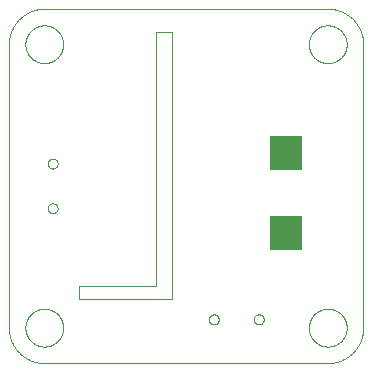
<source format=gbp>
G75*
%MOIN*%
%OFA0B0*%
%FSLAX25Y25*%
%IPPOS*%
%LPD*%
%AMOC8*
5,1,8,0,0,1.08239X$1,22.5*
%
%ADD10C,0.00000*%
%ADD11R,0.10630X0.11614*%
D10*
X0054181Y0045967D02*
X0054181Y0140455D01*
X0059693Y0140455D02*
X0059695Y0140613D01*
X0059701Y0140771D01*
X0059711Y0140929D01*
X0059725Y0141087D01*
X0059743Y0141244D01*
X0059764Y0141401D01*
X0059790Y0141557D01*
X0059820Y0141713D01*
X0059853Y0141868D01*
X0059891Y0142021D01*
X0059932Y0142174D01*
X0059977Y0142326D01*
X0060026Y0142477D01*
X0060079Y0142626D01*
X0060135Y0142774D01*
X0060195Y0142920D01*
X0060259Y0143065D01*
X0060327Y0143208D01*
X0060398Y0143350D01*
X0060472Y0143490D01*
X0060550Y0143627D01*
X0060632Y0143763D01*
X0060716Y0143897D01*
X0060805Y0144028D01*
X0060896Y0144157D01*
X0060991Y0144284D01*
X0061088Y0144409D01*
X0061189Y0144531D01*
X0061293Y0144650D01*
X0061400Y0144767D01*
X0061510Y0144881D01*
X0061623Y0144992D01*
X0061738Y0145101D01*
X0061856Y0145206D01*
X0061977Y0145308D01*
X0062100Y0145408D01*
X0062226Y0145504D01*
X0062354Y0145597D01*
X0062484Y0145687D01*
X0062617Y0145773D01*
X0062752Y0145857D01*
X0062888Y0145936D01*
X0063027Y0146013D01*
X0063168Y0146085D01*
X0063310Y0146155D01*
X0063454Y0146220D01*
X0063600Y0146282D01*
X0063747Y0146340D01*
X0063896Y0146395D01*
X0064046Y0146446D01*
X0064197Y0146493D01*
X0064349Y0146536D01*
X0064502Y0146575D01*
X0064657Y0146611D01*
X0064812Y0146642D01*
X0064968Y0146670D01*
X0065124Y0146694D01*
X0065281Y0146714D01*
X0065439Y0146730D01*
X0065596Y0146742D01*
X0065755Y0146750D01*
X0065913Y0146754D01*
X0066071Y0146754D01*
X0066229Y0146750D01*
X0066388Y0146742D01*
X0066545Y0146730D01*
X0066703Y0146714D01*
X0066860Y0146694D01*
X0067016Y0146670D01*
X0067172Y0146642D01*
X0067327Y0146611D01*
X0067482Y0146575D01*
X0067635Y0146536D01*
X0067787Y0146493D01*
X0067938Y0146446D01*
X0068088Y0146395D01*
X0068237Y0146340D01*
X0068384Y0146282D01*
X0068530Y0146220D01*
X0068674Y0146155D01*
X0068816Y0146085D01*
X0068957Y0146013D01*
X0069096Y0145936D01*
X0069232Y0145857D01*
X0069367Y0145773D01*
X0069500Y0145687D01*
X0069630Y0145597D01*
X0069758Y0145504D01*
X0069884Y0145408D01*
X0070007Y0145308D01*
X0070128Y0145206D01*
X0070246Y0145101D01*
X0070361Y0144992D01*
X0070474Y0144881D01*
X0070584Y0144767D01*
X0070691Y0144650D01*
X0070795Y0144531D01*
X0070896Y0144409D01*
X0070993Y0144284D01*
X0071088Y0144157D01*
X0071179Y0144028D01*
X0071268Y0143897D01*
X0071352Y0143763D01*
X0071434Y0143627D01*
X0071512Y0143490D01*
X0071586Y0143350D01*
X0071657Y0143208D01*
X0071725Y0143065D01*
X0071789Y0142920D01*
X0071849Y0142774D01*
X0071905Y0142626D01*
X0071958Y0142477D01*
X0072007Y0142326D01*
X0072052Y0142174D01*
X0072093Y0142021D01*
X0072131Y0141868D01*
X0072164Y0141713D01*
X0072194Y0141557D01*
X0072220Y0141401D01*
X0072241Y0141244D01*
X0072259Y0141087D01*
X0072273Y0140929D01*
X0072283Y0140771D01*
X0072289Y0140613D01*
X0072291Y0140455D01*
X0072289Y0140297D01*
X0072283Y0140139D01*
X0072273Y0139981D01*
X0072259Y0139823D01*
X0072241Y0139666D01*
X0072220Y0139509D01*
X0072194Y0139353D01*
X0072164Y0139197D01*
X0072131Y0139042D01*
X0072093Y0138889D01*
X0072052Y0138736D01*
X0072007Y0138584D01*
X0071958Y0138433D01*
X0071905Y0138284D01*
X0071849Y0138136D01*
X0071789Y0137990D01*
X0071725Y0137845D01*
X0071657Y0137702D01*
X0071586Y0137560D01*
X0071512Y0137420D01*
X0071434Y0137283D01*
X0071352Y0137147D01*
X0071268Y0137013D01*
X0071179Y0136882D01*
X0071088Y0136753D01*
X0070993Y0136626D01*
X0070896Y0136501D01*
X0070795Y0136379D01*
X0070691Y0136260D01*
X0070584Y0136143D01*
X0070474Y0136029D01*
X0070361Y0135918D01*
X0070246Y0135809D01*
X0070128Y0135704D01*
X0070007Y0135602D01*
X0069884Y0135502D01*
X0069758Y0135406D01*
X0069630Y0135313D01*
X0069500Y0135223D01*
X0069367Y0135137D01*
X0069232Y0135053D01*
X0069096Y0134974D01*
X0068957Y0134897D01*
X0068816Y0134825D01*
X0068674Y0134755D01*
X0068530Y0134690D01*
X0068384Y0134628D01*
X0068237Y0134570D01*
X0068088Y0134515D01*
X0067938Y0134464D01*
X0067787Y0134417D01*
X0067635Y0134374D01*
X0067482Y0134335D01*
X0067327Y0134299D01*
X0067172Y0134268D01*
X0067016Y0134240D01*
X0066860Y0134216D01*
X0066703Y0134196D01*
X0066545Y0134180D01*
X0066388Y0134168D01*
X0066229Y0134160D01*
X0066071Y0134156D01*
X0065913Y0134156D01*
X0065755Y0134160D01*
X0065596Y0134168D01*
X0065439Y0134180D01*
X0065281Y0134196D01*
X0065124Y0134216D01*
X0064968Y0134240D01*
X0064812Y0134268D01*
X0064657Y0134299D01*
X0064502Y0134335D01*
X0064349Y0134374D01*
X0064197Y0134417D01*
X0064046Y0134464D01*
X0063896Y0134515D01*
X0063747Y0134570D01*
X0063600Y0134628D01*
X0063454Y0134690D01*
X0063310Y0134755D01*
X0063168Y0134825D01*
X0063027Y0134897D01*
X0062888Y0134974D01*
X0062752Y0135053D01*
X0062617Y0135137D01*
X0062484Y0135223D01*
X0062354Y0135313D01*
X0062226Y0135406D01*
X0062100Y0135502D01*
X0061977Y0135602D01*
X0061856Y0135704D01*
X0061738Y0135809D01*
X0061623Y0135918D01*
X0061510Y0136029D01*
X0061400Y0136143D01*
X0061293Y0136260D01*
X0061189Y0136379D01*
X0061088Y0136501D01*
X0060991Y0136626D01*
X0060896Y0136753D01*
X0060805Y0136882D01*
X0060716Y0137013D01*
X0060632Y0137147D01*
X0060550Y0137283D01*
X0060472Y0137420D01*
X0060398Y0137560D01*
X0060327Y0137702D01*
X0060259Y0137845D01*
X0060195Y0137990D01*
X0060135Y0138136D01*
X0060079Y0138284D01*
X0060026Y0138433D01*
X0059977Y0138584D01*
X0059932Y0138736D01*
X0059891Y0138889D01*
X0059853Y0139042D01*
X0059820Y0139197D01*
X0059790Y0139353D01*
X0059764Y0139509D01*
X0059743Y0139666D01*
X0059725Y0139823D01*
X0059711Y0139981D01*
X0059701Y0140139D01*
X0059695Y0140297D01*
X0059693Y0140455D01*
X0054181Y0140455D02*
X0054184Y0140740D01*
X0054195Y0141026D01*
X0054212Y0141311D01*
X0054236Y0141595D01*
X0054267Y0141879D01*
X0054305Y0142162D01*
X0054350Y0142443D01*
X0054401Y0142724D01*
X0054459Y0143004D01*
X0054524Y0143282D01*
X0054596Y0143558D01*
X0054674Y0143832D01*
X0054759Y0144105D01*
X0054851Y0144375D01*
X0054949Y0144643D01*
X0055053Y0144909D01*
X0055164Y0145172D01*
X0055281Y0145432D01*
X0055404Y0145690D01*
X0055534Y0145944D01*
X0055670Y0146195D01*
X0055811Y0146443D01*
X0055959Y0146687D01*
X0056112Y0146928D01*
X0056272Y0147164D01*
X0056437Y0147397D01*
X0056607Y0147626D01*
X0056783Y0147851D01*
X0056965Y0148071D01*
X0057151Y0148287D01*
X0057343Y0148498D01*
X0057540Y0148705D01*
X0057742Y0148907D01*
X0057949Y0149104D01*
X0058160Y0149296D01*
X0058376Y0149482D01*
X0058596Y0149664D01*
X0058821Y0149840D01*
X0059050Y0150010D01*
X0059283Y0150175D01*
X0059519Y0150335D01*
X0059760Y0150488D01*
X0060004Y0150636D01*
X0060252Y0150777D01*
X0060503Y0150913D01*
X0060757Y0151043D01*
X0061015Y0151166D01*
X0061275Y0151283D01*
X0061538Y0151394D01*
X0061804Y0151498D01*
X0062072Y0151596D01*
X0062342Y0151688D01*
X0062615Y0151773D01*
X0062889Y0151851D01*
X0063165Y0151923D01*
X0063443Y0151988D01*
X0063723Y0152046D01*
X0064004Y0152097D01*
X0064285Y0152142D01*
X0064568Y0152180D01*
X0064852Y0152211D01*
X0065136Y0152235D01*
X0065421Y0152252D01*
X0065707Y0152263D01*
X0065992Y0152266D01*
X0160480Y0152266D01*
X0154181Y0140455D02*
X0154183Y0140613D01*
X0154189Y0140771D01*
X0154199Y0140929D01*
X0154213Y0141087D01*
X0154231Y0141244D01*
X0154252Y0141401D01*
X0154278Y0141557D01*
X0154308Y0141713D01*
X0154341Y0141868D01*
X0154379Y0142021D01*
X0154420Y0142174D01*
X0154465Y0142326D01*
X0154514Y0142477D01*
X0154567Y0142626D01*
X0154623Y0142774D01*
X0154683Y0142920D01*
X0154747Y0143065D01*
X0154815Y0143208D01*
X0154886Y0143350D01*
X0154960Y0143490D01*
X0155038Y0143627D01*
X0155120Y0143763D01*
X0155204Y0143897D01*
X0155293Y0144028D01*
X0155384Y0144157D01*
X0155479Y0144284D01*
X0155576Y0144409D01*
X0155677Y0144531D01*
X0155781Y0144650D01*
X0155888Y0144767D01*
X0155998Y0144881D01*
X0156111Y0144992D01*
X0156226Y0145101D01*
X0156344Y0145206D01*
X0156465Y0145308D01*
X0156588Y0145408D01*
X0156714Y0145504D01*
X0156842Y0145597D01*
X0156972Y0145687D01*
X0157105Y0145773D01*
X0157240Y0145857D01*
X0157376Y0145936D01*
X0157515Y0146013D01*
X0157656Y0146085D01*
X0157798Y0146155D01*
X0157942Y0146220D01*
X0158088Y0146282D01*
X0158235Y0146340D01*
X0158384Y0146395D01*
X0158534Y0146446D01*
X0158685Y0146493D01*
X0158837Y0146536D01*
X0158990Y0146575D01*
X0159145Y0146611D01*
X0159300Y0146642D01*
X0159456Y0146670D01*
X0159612Y0146694D01*
X0159769Y0146714D01*
X0159927Y0146730D01*
X0160084Y0146742D01*
X0160243Y0146750D01*
X0160401Y0146754D01*
X0160559Y0146754D01*
X0160717Y0146750D01*
X0160876Y0146742D01*
X0161033Y0146730D01*
X0161191Y0146714D01*
X0161348Y0146694D01*
X0161504Y0146670D01*
X0161660Y0146642D01*
X0161815Y0146611D01*
X0161970Y0146575D01*
X0162123Y0146536D01*
X0162275Y0146493D01*
X0162426Y0146446D01*
X0162576Y0146395D01*
X0162725Y0146340D01*
X0162872Y0146282D01*
X0163018Y0146220D01*
X0163162Y0146155D01*
X0163304Y0146085D01*
X0163445Y0146013D01*
X0163584Y0145936D01*
X0163720Y0145857D01*
X0163855Y0145773D01*
X0163988Y0145687D01*
X0164118Y0145597D01*
X0164246Y0145504D01*
X0164372Y0145408D01*
X0164495Y0145308D01*
X0164616Y0145206D01*
X0164734Y0145101D01*
X0164849Y0144992D01*
X0164962Y0144881D01*
X0165072Y0144767D01*
X0165179Y0144650D01*
X0165283Y0144531D01*
X0165384Y0144409D01*
X0165481Y0144284D01*
X0165576Y0144157D01*
X0165667Y0144028D01*
X0165756Y0143897D01*
X0165840Y0143763D01*
X0165922Y0143627D01*
X0166000Y0143490D01*
X0166074Y0143350D01*
X0166145Y0143208D01*
X0166213Y0143065D01*
X0166277Y0142920D01*
X0166337Y0142774D01*
X0166393Y0142626D01*
X0166446Y0142477D01*
X0166495Y0142326D01*
X0166540Y0142174D01*
X0166581Y0142021D01*
X0166619Y0141868D01*
X0166652Y0141713D01*
X0166682Y0141557D01*
X0166708Y0141401D01*
X0166729Y0141244D01*
X0166747Y0141087D01*
X0166761Y0140929D01*
X0166771Y0140771D01*
X0166777Y0140613D01*
X0166779Y0140455D01*
X0166777Y0140297D01*
X0166771Y0140139D01*
X0166761Y0139981D01*
X0166747Y0139823D01*
X0166729Y0139666D01*
X0166708Y0139509D01*
X0166682Y0139353D01*
X0166652Y0139197D01*
X0166619Y0139042D01*
X0166581Y0138889D01*
X0166540Y0138736D01*
X0166495Y0138584D01*
X0166446Y0138433D01*
X0166393Y0138284D01*
X0166337Y0138136D01*
X0166277Y0137990D01*
X0166213Y0137845D01*
X0166145Y0137702D01*
X0166074Y0137560D01*
X0166000Y0137420D01*
X0165922Y0137283D01*
X0165840Y0137147D01*
X0165756Y0137013D01*
X0165667Y0136882D01*
X0165576Y0136753D01*
X0165481Y0136626D01*
X0165384Y0136501D01*
X0165283Y0136379D01*
X0165179Y0136260D01*
X0165072Y0136143D01*
X0164962Y0136029D01*
X0164849Y0135918D01*
X0164734Y0135809D01*
X0164616Y0135704D01*
X0164495Y0135602D01*
X0164372Y0135502D01*
X0164246Y0135406D01*
X0164118Y0135313D01*
X0163988Y0135223D01*
X0163855Y0135137D01*
X0163720Y0135053D01*
X0163584Y0134974D01*
X0163445Y0134897D01*
X0163304Y0134825D01*
X0163162Y0134755D01*
X0163018Y0134690D01*
X0162872Y0134628D01*
X0162725Y0134570D01*
X0162576Y0134515D01*
X0162426Y0134464D01*
X0162275Y0134417D01*
X0162123Y0134374D01*
X0161970Y0134335D01*
X0161815Y0134299D01*
X0161660Y0134268D01*
X0161504Y0134240D01*
X0161348Y0134216D01*
X0161191Y0134196D01*
X0161033Y0134180D01*
X0160876Y0134168D01*
X0160717Y0134160D01*
X0160559Y0134156D01*
X0160401Y0134156D01*
X0160243Y0134160D01*
X0160084Y0134168D01*
X0159927Y0134180D01*
X0159769Y0134196D01*
X0159612Y0134216D01*
X0159456Y0134240D01*
X0159300Y0134268D01*
X0159145Y0134299D01*
X0158990Y0134335D01*
X0158837Y0134374D01*
X0158685Y0134417D01*
X0158534Y0134464D01*
X0158384Y0134515D01*
X0158235Y0134570D01*
X0158088Y0134628D01*
X0157942Y0134690D01*
X0157798Y0134755D01*
X0157656Y0134825D01*
X0157515Y0134897D01*
X0157376Y0134974D01*
X0157240Y0135053D01*
X0157105Y0135137D01*
X0156972Y0135223D01*
X0156842Y0135313D01*
X0156714Y0135406D01*
X0156588Y0135502D01*
X0156465Y0135602D01*
X0156344Y0135704D01*
X0156226Y0135809D01*
X0156111Y0135918D01*
X0155998Y0136029D01*
X0155888Y0136143D01*
X0155781Y0136260D01*
X0155677Y0136379D01*
X0155576Y0136501D01*
X0155479Y0136626D01*
X0155384Y0136753D01*
X0155293Y0136882D01*
X0155204Y0137013D01*
X0155120Y0137147D01*
X0155038Y0137283D01*
X0154960Y0137420D01*
X0154886Y0137560D01*
X0154815Y0137702D01*
X0154747Y0137845D01*
X0154683Y0137990D01*
X0154623Y0138136D01*
X0154567Y0138284D01*
X0154514Y0138433D01*
X0154465Y0138584D01*
X0154420Y0138736D01*
X0154379Y0138889D01*
X0154341Y0139042D01*
X0154308Y0139197D01*
X0154278Y0139353D01*
X0154252Y0139509D01*
X0154231Y0139666D01*
X0154213Y0139823D01*
X0154199Y0139981D01*
X0154189Y0140139D01*
X0154183Y0140297D01*
X0154181Y0140455D01*
X0160480Y0152266D02*
X0160765Y0152263D01*
X0161051Y0152252D01*
X0161336Y0152235D01*
X0161620Y0152211D01*
X0161904Y0152180D01*
X0162187Y0152142D01*
X0162468Y0152097D01*
X0162749Y0152046D01*
X0163029Y0151988D01*
X0163307Y0151923D01*
X0163583Y0151851D01*
X0163857Y0151773D01*
X0164130Y0151688D01*
X0164400Y0151596D01*
X0164668Y0151498D01*
X0164934Y0151394D01*
X0165197Y0151283D01*
X0165457Y0151166D01*
X0165715Y0151043D01*
X0165969Y0150913D01*
X0166220Y0150777D01*
X0166468Y0150636D01*
X0166712Y0150488D01*
X0166953Y0150335D01*
X0167189Y0150175D01*
X0167422Y0150010D01*
X0167651Y0149840D01*
X0167876Y0149664D01*
X0168096Y0149482D01*
X0168312Y0149296D01*
X0168523Y0149104D01*
X0168730Y0148907D01*
X0168932Y0148705D01*
X0169129Y0148498D01*
X0169321Y0148287D01*
X0169507Y0148071D01*
X0169689Y0147851D01*
X0169865Y0147626D01*
X0170035Y0147397D01*
X0170200Y0147164D01*
X0170360Y0146928D01*
X0170513Y0146687D01*
X0170661Y0146443D01*
X0170802Y0146195D01*
X0170938Y0145944D01*
X0171068Y0145690D01*
X0171191Y0145432D01*
X0171308Y0145172D01*
X0171419Y0144909D01*
X0171523Y0144643D01*
X0171621Y0144375D01*
X0171713Y0144105D01*
X0171798Y0143832D01*
X0171876Y0143558D01*
X0171948Y0143282D01*
X0172013Y0143004D01*
X0172071Y0142724D01*
X0172122Y0142443D01*
X0172167Y0142162D01*
X0172205Y0141879D01*
X0172236Y0141595D01*
X0172260Y0141311D01*
X0172277Y0141026D01*
X0172288Y0140740D01*
X0172291Y0140455D01*
X0172291Y0045967D01*
X0154181Y0045967D02*
X0154183Y0046125D01*
X0154189Y0046283D01*
X0154199Y0046441D01*
X0154213Y0046599D01*
X0154231Y0046756D01*
X0154252Y0046913D01*
X0154278Y0047069D01*
X0154308Y0047225D01*
X0154341Y0047380D01*
X0154379Y0047533D01*
X0154420Y0047686D01*
X0154465Y0047838D01*
X0154514Y0047989D01*
X0154567Y0048138D01*
X0154623Y0048286D01*
X0154683Y0048432D01*
X0154747Y0048577D01*
X0154815Y0048720D01*
X0154886Y0048862D01*
X0154960Y0049002D01*
X0155038Y0049139D01*
X0155120Y0049275D01*
X0155204Y0049409D01*
X0155293Y0049540D01*
X0155384Y0049669D01*
X0155479Y0049796D01*
X0155576Y0049921D01*
X0155677Y0050043D01*
X0155781Y0050162D01*
X0155888Y0050279D01*
X0155998Y0050393D01*
X0156111Y0050504D01*
X0156226Y0050613D01*
X0156344Y0050718D01*
X0156465Y0050820D01*
X0156588Y0050920D01*
X0156714Y0051016D01*
X0156842Y0051109D01*
X0156972Y0051199D01*
X0157105Y0051285D01*
X0157240Y0051369D01*
X0157376Y0051448D01*
X0157515Y0051525D01*
X0157656Y0051597D01*
X0157798Y0051667D01*
X0157942Y0051732D01*
X0158088Y0051794D01*
X0158235Y0051852D01*
X0158384Y0051907D01*
X0158534Y0051958D01*
X0158685Y0052005D01*
X0158837Y0052048D01*
X0158990Y0052087D01*
X0159145Y0052123D01*
X0159300Y0052154D01*
X0159456Y0052182D01*
X0159612Y0052206D01*
X0159769Y0052226D01*
X0159927Y0052242D01*
X0160084Y0052254D01*
X0160243Y0052262D01*
X0160401Y0052266D01*
X0160559Y0052266D01*
X0160717Y0052262D01*
X0160876Y0052254D01*
X0161033Y0052242D01*
X0161191Y0052226D01*
X0161348Y0052206D01*
X0161504Y0052182D01*
X0161660Y0052154D01*
X0161815Y0052123D01*
X0161970Y0052087D01*
X0162123Y0052048D01*
X0162275Y0052005D01*
X0162426Y0051958D01*
X0162576Y0051907D01*
X0162725Y0051852D01*
X0162872Y0051794D01*
X0163018Y0051732D01*
X0163162Y0051667D01*
X0163304Y0051597D01*
X0163445Y0051525D01*
X0163584Y0051448D01*
X0163720Y0051369D01*
X0163855Y0051285D01*
X0163988Y0051199D01*
X0164118Y0051109D01*
X0164246Y0051016D01*
X0164372Y0050920D01*
X0164495Y0050820D01*
X0164616Y0050718D01*
X0164734Y0050613D01*
X0164849Y0050504D01*
X0164962Y0050393D01*
X0165072Y0050279D01*
X0165179Y0050162D01*
X0165283Y0050043D01*
X0165384Y0049921D01*
X0165481Y0049796D01*
X0165576Y0049669D01*
X0165667Y0049540D01*
X0165756Y0049409D01*
X0165840Y0049275D01*
X0165922Y0049139D01*
X0166000Y0049002D01*
X0166074Y0048862D01*
X0166145Y0048720D01*
X0166213Y0048577D01*
X0166277Y0048432D01*
X0166337Y0048286D01*
X0166393Y0048138D01*
X0166446Y0047989D01*
X0166495Y0047838D01*
X0166540Y0047686D01*
X0166581Y0047533D01*
X0166619Y0047380D01*
X0166652Y0047225D01*
X0166682Y0047069D01*
X0166708Y0046913D01*
X0166729Y0046756D01*
X0166747Y0046599D01*
X0166761Y0046441D01*
X0166771Y0046283D01*
X0166777Y0046125D01*
X0166779Y0045967D01*
X0166777Y0045809D01*
X0166771Y0045651D01*
X0166761Y0045493D01*
X0166747Y0045335D01*
X0166729Y0045178D01*
X0166708Y0045021D01*
X0166682Y0044865D01*
X0166652Y0044709D01*
X0166619Y0044554D01*
X0166581Y0044401D01*
X0166540Y0044248D01*
X0166495Y0044096D01*
X0166446Y0043945D01*
X0166393Y0043796D01*
X0166337Y0043648D01*
X0166277Y0043502D01*
X0166213Y0043357D01*
X0166145Y0043214D01*
X0166074Y0043072D01*
X0166000Y0042932D01*
X0165922Y0042795D01*
X0165840Y0042659D01*
X0165756Y0042525D01*
X0165667Y0042394D01*
X0165576Y0042265D01*
X0165481Y0042138D01*
X0165384Y0042013D01*
X0165283Y0041891D01*
X0165179Y0041772D01*
X0165072Y0041655D01*
X0164962Y0041541D01*
X0164849Y0041430D01*
X0164734Y0041321D01*
X0164616Y0041216D01*
X0164495Y0041114D01*
X0164372Y0041014D01*
X0164246Y0040918D01*
X0164118Y0040825D01*
X0163988Y0040735D01*
X0163855Y0040649D01*
X0163720Y0040565D01*
X0163584Y0040486D01*
X0163445Y0040409D01*
X0163304Y0040337D01*
X0163162Y0040267D01*
X0163018Y0040202D01*
X0162872Y0040140D01*
X0162725Y0040082D01*
X0162576Y0040027D01*
X0162426Y0039976D01*
X0162275Y0039929D01*
X0162123Y0039886D01*
X0161970Y0039847D01*
X0161815Y0039811D01*
X0161660Y0039780D01*
X0161504Y0039752D01*
X0161348Y0039728D01*
X0161191Y0039708D01*
X0161033Y0039692D01*
X0160876Y0039680D01*
X0160717Y0039672D01*
X0160559Y0039668D01*
X0160401Y0039668D01*
X0160243Y0039672D01*
X0160084Y0039680D01*
X0159927Y0039692D01*
X0159769Y0039708D01*
X0159612Y0039728D01*
X0159456Y0039752D01*
X0159300Y0039780D01*
X0159145Y0039811D01*
X0158990Y0039847D01*
X0158837Y0039886D01*
X0158685Y0039929D01*
X0158534Y0039976D01*
X0158384Y0040027D01*
X0158235Y0040082D01*
X0158088Y0040140D01*
X0157942Y0040202D01*
X0157798Y0040267D01*
X0157656Y0040337D01*
X0157515Y0040409D01*
X0157376Y0040486D01*
X0157240Y0040565D01*
X0157105Y0040649D01*
X0156972Y0040735D01*
X0156842Y0040825D01*
X0156714Y0040918D01*
X0156588Y0041014D01*
X0156465Y0041114D01*
X0156344Y0041216D01*
X0156226Y0041321D01*
X0156111Y0041430D01*
X0155998Y0041541D01*
X0155888Y0041655D01*
X0155781Y0041772D01*
X0155677Y0041891D01*
X0155576Y0042013D01*
X0155479Y0042138D01*
X0155384Y0042265D01*
X0155293Y0042394D01*
X0155204Y0042525D01*
X0155120Y0042659D01*
X0155038Y0042795D01*
X0154960Y0042932D01*
X0154886Y0043072D01*
X0154815Y0043214D01*
X0154747Y0043357D01*
X0154683Y0043502D01*
X0154623Y0043648D01*
X0154567Y0043796D01*
X0154514Y0043945D01*
X0154465Y0044096D01*
X0154420Y0044248D01*
X0154379Y0044401D01*
X0154341Y0044554D01*
X0154308Y0044709D01*
X0154278Y0044865D01*
X0154252Y0045021D01*
X0154231Y0045178D01*
X0154213Y0045335D01*
X0154199Y0045493D01*
X0154189Y0045651D01*
X0154183Y0045809D01*
X0154181Y0045967D01*
X0160480Y0034156D02*
X0160765Y0034159D01*
X0161051Y0034170D01*
X0161336Y0034187D01*
X0161620Y0034211D01*
X0161904Y0034242D01*
X0162187Y0034280D01*
X0162468Y0034325D01*
X0162749Y0034376D01*
X0163029Y0034434D01*
X0163307Y0034499D01*
X0163583Y0034571D01*
X0163857Y0034649D01*
X0164130Y0034734D01*
X0164400Y0034826D01*
X0164668Y0034924D01*
X0164934Y0035028D01*
X0165197Y0035139D01*
X0165457Y0035256D01*
X0165715Y0035379D01*
X0165969Y0035509D01*
X0166220Y0035645D01*
X0166468Y0035786D01*
X0166712Y0035934D01*
X0166953Y0036087D01*
X0167189Y0036247D01*
X0167422Y0036412D01*
X0167651Y0036582D01*
X0167876Y0036758D01*
X0168096Y0036940D01*
X0168312Y0037126D01*
X0168523Y0037318D01*
X0168730Y0037515D01*
X0168932Y0037717D01*
X0169129Y0037924D01*
X0169321Y0038135D01*
X0169507Y0038351D01*
X0169689Y0038571D01*
X0169865Y0038796D01*
X0170035Y0039025D01*
X0170200Y0039258D01*
X0170360Y0039494D01*
X0170513Y0039735D01*
X0170661Y0039979D01*
X0170802Y0040227D01*
X0170938Y0040478D01*
X0171068Y0040732D01*
X0171191Y0040990D01*
X0171308Y0041250D01*
X0171419Y0041513D01*
X0171523Y0041779D01*
X0171621Y0042047D01*
X0171713Y0042317D01*
X0171798Y0042590D01*
X0171876Y0042864D01*
X0171948Y0043140D01*
X0172013Y0043418D01*
X0172071Y0043698D01*
X0172122Y0043979D01*
X0172167Y0044260D01*
X0172205Y0044543D01*
X0172236Y0044827D01*
X0172260Y0045111D01*
X0172277Y0045396D01*
X0172288Y0045682D01*
X0172291Y0045967D01*
X0160480Y0034156D02*
X0065992Y0034156D01*
X0059693Y0045967D02*
X0059695Y0046125D01*
X0059701Y0046283D01*
X0059711Y0046441D01*
X0059725Y0046599D01*
X0059743Y0046756D01*
X0059764Y0046913D01*
X0059790Y0047069D01*
X0059820Y0047225D01*
X0059853Y0047380D01*
X0059891Y0047533D01*
X0059932Y0047686D01*
X0059977Y0047838D01*
X0060026Y0047989D01*
X0060079Y0048138D01*
X0060135Y0048286D01*
X0060195Y0048432D01*
X0060259Y0048577D01*
X0060327Y0048720D01*
X0060398Y0048862D01*
X0060472Y0049002D01*
X0060550Y0049139D01*
X0060632Y0049275D01*
X0060716Y0049409D01*
X0060805Y0049540D01*
X0060896Y0049669D01*
X0060991Y0049796D01*
X0061088Y0049921D01*
X0061189Y0050043D01*
X0061293Y0050162D01*
X0061400Y0050279D01*
X0061510Y0050393D01*
X0061623Y0050504D01*
X0061738Y0050613D01*
X0061856Y0050718D01*
X0061977Y0050820D01*
X0062100Y0050920D01*
X0062226Y0051016D01*
X0062354Y0051109D01*
X0062484Y0051199D01*
X0062617Y0051285D01*
X0062752Y0051369D01*
X0062888Y0051448D01*
X0063027Y0051525D01*
X0063168Y0051597D01*
X0063310Y0051667D01*
X0063454Y0051732D01*
X0063600Y0051794D01*
X0063747Y0051852D01*
X0063896Y0051907D01*
X0064046Y0051958D01*
X0064197Y0052005D01*
X0064349Y0052048D01*
X0064502Y0052087D01*
X0064657Y0052123D01*
X0064812Y0052154D01*
X0064968Y0052182D01*
X0065124Y0052206D01*
X0065281Y0052226D01*
X0065439Y0052242D01*
X0065596Y0052254D01*
X0065755Y0052262D01*
X0065913Y0052266D01*
X0066071Y0052266D01*
X0066229Y0052262D01*
X0066388Y0052254D01*
X0066545Y0052242D01*
X0066703Y0052226D01*
X0066860Y0052206D01*
X0067016Y0052182D01*
X0067172Y0052154D01*
X0067327Y0052123D01*
X0067482Y0052087D01*
X0067635Y0052048D01*
X0067787Y0052005D01*
X0067938Y0051958D01*
X0068088Y0051907D01*
X0068237Y0051852D01*
X0068384Y0051794D01*
X0068530Y0051732D01*
X0068674Y0051667D01*
X0068816Y0051597D01*
X0068957Y0051525D01*
X0069096Y0051448D01*
X0069232Y0051369D01*
X0069367Y0051285D01*
X0069500Y0051199D01*
X0069630Y0051109D01*
X0069758Y0051016D01*
X0069884Y0050920D01*
X0070007Y0050820D01*
X0070128Y0050718D01*
X0070246Y0050613D01*
X0070361Y0050504D01*
X0070474Y0050393D01*
X0070584Y0050279D01*
X0070691Y0050162D01*
X0070795Y0050043D01*
X0070896Y0049921D01*
X0070993Y0049796D01*
X0071088Y0049669D01*
X0071179Y0049540D01*
X0071268Y0049409D01*
X0071352Y0049275D01*
X0071434Y0049139D01*
X0071512Y0049002D01*
X0071586Y0048862D01*
X0071657Y0048720D01*
X0071725Y0048577D01*
X0071789Y0048432D01*
X0071849Y0048286D01*
X0071905Y0048138D01*
X0071958Y0047989D01*
X0072007Y0047838D01*
X0072052Y0047686D01*
X0072093Y0047533D01*
X0072131Y0047380D01*
X0072164Y0047225D01*
X0072194Y0047069D01*
X0072220Y0046913D01*
X0072241Y0046756D01*
X0072259Y0046599D01*
X0072273Y0046441D01*
X0072283Y0046283D01*
X0072289Y0046125D01*
X0072291Y0045967D01*
X0072289Y0045809D01*
X0072283Y0045651D01*
X0072273Y0045493D01*
X0072259Y0045335D01*
X0072241Y0045178D01*
X0072220Y0045021D01*
X0072194Y0044865D01*
X0072164Y0044709D01*
X0072131Y0044554D01*
X0072093Y0044401D01*
X0072052Y0044248D01*
X0072007Y0044096D01*
X0071958Y0043945D01*
X0071905Y0043796D01*
X0071849Y0043648D01*
X0071789Y0043502D01*
X0071725Y0043357D01*
X0071657Y0043214D01*
X0071586Y0043072D01*
X0071512Y0042932D01*
X0071434Y0042795D01*
X0071352Y0042659D01*
X0071268Y0042525D01*
X0071179Y0042394D01*
X0071088Y0042265D01*
X0070993Y0042138D01*
X0070896Y0042013D01*
X0070795Y0041891D01*
X0070691Y0041772D01*
X0070584Y0041655D01*
X0070474Y0041541D01*
X0070361Y0041430D01*
X0070246Y0041321D01*
X0070128Y0041216D01*
X0070007Y0041114D01*
X0069884Y0041014D01*
X0069758Y0040918D01*
X0069630Y0040825D01*
X0069500Y0040735D01*
X0069367Y0040649D01*
X0069232Y0040565D01*
X0069096Y0040486D01*
X0068957Y0040409D01*
X0068816Y0040337D01*
X0068674Y0040267D01*
X0068530Y0040202D01*
X0068384Y0040140D01*
X0068237Y0040082D01*
X0068088Y0040027D01*
X0067938Y0039976D01*
X0067787Y0039929D01*
X0067635Y0039886D01*
X0067482Y0039847D01*
X0067327Y0039811D01*
X0067172Y0039780D01*
X0067016Y0039752D01*
X0066860Y0039728D01*
X0066703Y0039708D01*
X0066545Y0039692D01*
X0066388Y0039680D01*
X0066229Y0039672D01*
X0066071Y0039668D01*
X0065913Y0039668D01*
X0065755Y0039672D01*
X0065596Y0039680D01*
X0065439Y0039692D01*
X0065281Y0039708D01*
X0065124Y0039728D01*
X0064968Y0039752D01*
X0064812Y0039780D01*
X0064657Y0039811D01*
X0064502Y0039847D01*
X0064349Y0039886D01*
X0064197Y0039929D01*
X0064046Y0039976D01*
X0063896Y0040027D01*
X0063747Y0040082D01*
X0063600Y0040140D01*
X0063454Y0040202D01*
X0063310Y0040267D01*
X0063168Y0040337D01*
X0063027Y0040409D01*
X0062888Y0040486D01*
X0062752Y0040565D01*
X0062617Y0040649D01*
X0062484Y0040735D01*
X0062354Y0040825D01*
X0062226Y0040918D01*
X0062100Y0041014D01*
X0061977Y0041114D01*
X0061856Y0041216D01*
X0061738Y0041321D01*
X0061623Y0041430D01*
X0061510Y0041541D01*
X0061400Y0041655D01*
X0061293Y0041772D01*
X0061189Y0041891D01*
X0061088Y0042013D01*
X0060991Y0042138D01*
X0060896Y0042265D01*
X0060805Y0042394D01*
X0060716Y0042525D01*
X0060632Y0042659D01*
X0060550Y0042795D01*
X0060472Y0042932D01*
X0060398Y0043072D01*
X0060327Y0043214D01*
X0060259Y0043357D01*
X0060195Y0043502D01*
X0060135Y0043648D01*
X0060079Y0043796D01*
X0060026Y0043945D01*
X0059977Y0044096D01*
X0059932Y0044248D01*
X0059891Y0044401D01*
X0059853Y0044554D01*
X0059820Y0044709D01*
X0059790Y0044865D01*
X0059764Y0045021D01*
X0059743Y0045178D01*
X0059725Y0045335D01*
X0059711Y0045493D01*
X0059701Y0045651D01*
X0059695Y0045809D01*
X0059693Y0045967D01*
X0054181Y0045967D02*
X0054184Y0045682D01*
X0054195Y0045396D01*
X0054212Y0045111D01*
X0054236Y0044827D01*
X0054267Y0044543D01*
X0054305Y0044260D01*
X0054350Y0043979D01*
X0054401Y0043698D01*
X0054459Y0043418D01*
X0054524Y0043140D01*
X0054596Y0042864D01*
X0054674Y0042590D01*
X0054759Y0042317D01*
X0054851Y0042047D01*
X0054949Y0041779D01*
X0055053Y0041513D01*
X0055164Y0041250D01*
X0055281Y0040990D01*
X0055404Y0040732D01*
X0055534Y0040478D01*
X0055670Y0040227D01*
X0055811Y0039979D01*
X0055959Y0039735D01*
X0056112Y0039494D01*
X0056272Y0039258D01*
X0056437Y0039025D01*
X0056607Y0038796D01*
X0056783Y0038571D01*
X0056965Y0038351D01*
X0057151Y0038135D01*
X0057343Y0037924D01*
X0057540Y0037717D01*
X0057742Y0037515D01*
X0057949Y0037318D01*
X0058160Y0037126D01*
X0058376Y0036940D01*
X0058596Y0036758D01*
X0058821Y0036582D01*
X0059050Y0036412D01*
X0059283Y0036247D01*
X0059519Y0036087D01*
X0059760Y0035934D01*
X0060004Y0035786D01*
X0060252Y0035645D01*
X0060503Y0035509D01*
X0060757Y0035379D01*
X0061015Y0035256D01*
X0061275Y0035139D01*
X0061538Y0035028D01*
X0061804Y0034924D01*
X0062072Y0034826D01*
X0062342Y0034734D01*
X0062615Y0034649D01*
X0062889Y0034571D01*
X0063165Y0034499D01*
X0063443Y0034434D01*
X0063723Y0034376D01*
X0064004Y0034325D01*
X0064285Y0034280D01*
X0064568Y0034242D01*
X0064852Y0034211D01*
X0065136Y0034187D01*
X0065421Y0034170D01*
X0065707Y0034159D01*
X0065992Y0034156D01*
X0077409Y0055416D02*
X0077409Y0059944D01*
X0103197Y0059944D01*
X0103197Y0144589D01*
X0108512Y0144589D01*
X0108512Y0055416D01*
X0103197Y0055416D01*
X0077409Y0055416D01*
X0067075Y0085731D02*
X0067077Y0085812D01*
X0067083Y0085894D01*
X0067093Y0085975D01*
X0067107Y0086055D01*
X0067124Y0086134D01*
X0067146Y0086213D01*
X0067171Y0086290D01*
X0067200Y0086367D01*
X0067233Y0086441D01*
X0067270Y0086514D01*
X0067309Y0086585D01*
X0067353Y0086654D01*
X0067399Y0086721D01*
X0067449Y0086785D01*
X0067502Y0086847D01*
X0067558Y0086907D01*
X0067616Y0086963D01*
X0067678Y0087017D01*
X0067742Y0087068D01*
X0067808Y0087115D01*
X0067876Y0087159D01*
X0067947Y0087200D01*
X0068019Y0087237D01*
X0068094Y0087271D01*
X0068169Y0087301D01*
X0068247Y0087327D01*
X0068325Y0087350D01*
X0068404Y0087368D01*
X0068484Y0087383D01*
X0068565Y0087394D01*
X0068646Y0087401D01*
X0068728Y0087404D01*
X0068809Y0087403D01*
X0068890Y0087398D01*
X0068971Y0087389D01*
X0069052Y0087376D01*
X0069132Y0087359D01*
X0069210Y0087339D01*
X0069288Y0087314D01*
X0069365Y0087286D01*
X0069440Y0087254D01*
X0069513Y0087219D01*
X0069584Y0087180D01*
X0069654Y0087137D01*
X0069721Y0087092D01*
X0069787Y0087043D01*
X0069849Y0086991D01*
X0069909Y0086935D01*
X0069966Y0086877D01*
X0070021Y0086817D01*
X0070072Y0086753D01*
X0070120Y0086688D01*
X0070165Y0086620D01*
X0070207Y0086550D01*
X0070245Y0086478D01*
X0070280Y0086404D01*
X0070311Y0086329D01*
X0070338Y0086252D01*
X0070361Y0086174D01*
X0070381Y0086095D01*
X0070397Y0086015D01*
X0070409Y0085934D01*
X0070417Y0085853D01*
X0070421Y0085772D01*
X0070421Y0085690D01*
X0070417Y0085609D01*
X0070409Y0085528D01*
X0070397Y0085447D01*
X0070381Y0085367D01*
X0070361Y0085288D01*
X0070338Y0085210D01*
X0070311Y0085133D01*
X0070280Y0085058D01*
X0070245Y0084984D01*
X0070207Y0084912D01*
X0070165Y0084842D01*
X0070120Y0084774D01*
X0070072Y0084709D01*
X0070021Y0084645D01*
X0069966Y0084585D01*
X0069909Y0084527D01*
X0069849Y0084471D01*
X0069787Y0084419D01*
X0069721Y0084370D01*
X0069654Y0084325D01*
X0069585Y0084282D01*
X0069513Y0084243D01*
X0069440Y0084208D01*
X0069365Y0084176D01*
X0069288Y0084148D01*
X0069210Y0084123D01*
X0069132Y0084103D01*
X0069052Y0084086D01*
X0068971Y0084073D01*
X0068890Y0084064D01*
X0068809Y0084059D01*
X0068728Y0084058D01*
X0068646Y0084061D01*
X0068565Y0084068D01*
X0068484Y0084079D01*
X0068404Y0084094D01*
X0068325Y0084112D01*
X0068247Y0084135D01*
X0068169Y0084161D01*
X0068094Y0084191D01*
X0068019Y0084225D01*
X0067947Y0084262D01*
X0067876Y0084303D01*
X0067808Y0084347D01*
X0067742Y0084394D01*
X0067678Y0084445D01*
X0067616Y0084499D01*
X0067558Y0084555D01*
X0067502Y0084615D01*
X0067449Y0084677D01*
X0067399Y0084741D01*
X0067353Y0084808D01*
X0067309Y0084877D01*
X0067270Y0084948D01*
X0067233Y0085021D01*
X0067200Y0085095D01*
X0067171Y0085172D01*
X0067146Y0085249D01*
X0067124Y0085328D01*
X0067107Y0085407D01*
X0067093Y0085487D01*
X0067083Y0085568D01*
X0067077Y0085650D01*
X0067075Y0085731D01*
X0067075Y0100692D02*
X0067077Y0100773D01*
X0067083Y0100855D01*
X0067093Y0100936D01*
X0067107Y0101016D01*
X0067124Y0101095D01*
X0067146Y0101174D01*
X0067171Y0101251D01*
X0067200Y0101328D01*
X0067233Y0101402D01*
X0067270Y0101475D01*
X0067309Y0101546D01*
X0067353Y0101615D01*
X0067399Y0101682D01*
X0067449Y0101746D01*
X0067502Y0101808D01*
X0067558Y0101868D01*
X0067616Y0101924D01*
X0067678Y0101978D01*
X0067742Y0102029D01*
X0067808Y0102076D01*
X0067876Y0102120D01*
X0067947Y0102161D01*
X0068019Y0102198D01*
X0068094Y0102232D01*
X0068169Y0102262D01*
X0068247Y0102288D01*
X0068325Y0102311D01*
X0068404Y0102329D01*
X0068484Y0102344D01*
X0068565Y0102355D01*
X0068646Y0102362D01*
X0068728Y0102365D01*
X0068809Y0102364D01*
X0068890Y0102359D01*
X0068971Y0102350D01*
X0069052Y0102337D01*
X0069132Y0102320D01*
X0069210Y0102300D01*
X0069288Y0102275D01*
X0069365Y0102247D01*
X0069440Y0102215D01*
X0069513Y0102180D01*
X0069584Y0102141D01*
X0069654Y0102098D01*
X0069721Y0102053D01*
X0069787Y0102004D01*
X0069849Y0101952D01*
X0069909Y0101896D01*
X0069966Y0101838D01*
X0070021Y0101778D01*
X0070072Y0101714D01*
X0070120Y0101649D01*
X0070165Y0101581D01*
X0070207Y0101511D01*
X0070245Y0101439D01*
X0070280Y0101365D01*
X0070311Y0101290D01*
X0070338Y0101213D01*
X0070361Y0101135D01*
X0070381Y0101056D01*
X0070397Y0100976D01*
X0070409Y0100895D01*
X0070417Y0100814D01*
X0070421Y0100733D01*
X0070421Y0100651D01*
X0070417Y0100570D01*
X0070409Y0100489D01*
X0070397Y0100408D01*
X0070381Y0100328D01*
X0070361Y0100249D01*
X0070338Y0100171D01*
X0070311Y0100094D01*
X0070280Y0100019D01*
X0070245Y0099945D01*
X0070207Y0099873D01*
X0070165Y0099803D01*
X0070120Y0099735D01*
X0070072Y0099670D01*
X0070021Y0099606D01*
X0069966Y0099546D01*
X0069909Y0099488D01*
X0069849Y0099432D01*
X0069787Y0099380D01*
X0069721Y0099331D01*
X0069654Y0099286D01*
X0069585Y0099243D01*
X0069513Y0099204D01*
X0069440Y0099169D01*
X0069365Y0099137D01*
X0069288Y0099109D01*
X0069210Y0099084D01*
X0069132Y0099064D01*
X0069052Y0099047D01*
X0068971Y0099034D01*
X0068890Y0099025D01*
X0068809Y0099020D01*
X0068728Y0099019D01*
X0068646Y0099022D01*
X0068565Y0099029D01*
X0068484Y0099040D01*
X0068404Y0099055D01*
X0068325Y0099073D01*
X0068247Y0099096D01*
X0068169Y0099122D01*
X0068094Y0099152D01*
X0068019Y0099186D01*
X0067947Y0099223D01*
X0067876Y0099264D01*
X0067808Y0099308D01*
X0067742Y0099355D01*
X0067678Y0099406D01*
X0067616Y0099460D01*
X0067558Y0099516D01*
X0067502Y0099576D01*
X0067449Y0099638D01*
X0067399Y0099702D01*
X0067353Y0099769D01*
X0067309Y0099838D01*
X0067270Y0099909D01*
X0067233Y0099982D01*
X0067200Y0100056D01*
X0067171Y0100133D01*
X0067146Y0100210D01*
X0067124Y0100289D01*
X0067107Y0100368D01*
X0067093Y0100448D01*
X0067083Y0100529D01*
X0067077Y0100611D01*
X0067075Y0100692D01*
X0120815Y0048723D02*
X0120817Y0048804D01*
X0120823Y0048886D01*
X0120833Y0048967D01*
X0120847Y0049047D01*
X0120864Y0049126D01*
X0120886Y0049205D01*
X0120911Y0049282D01*
X0120940Y0049359D01*
X0120973Y0049433D01*
X0121010Y0049506D01*
X0121049Y0049577D01*
X0121093Y0049646D01*
X0121139Y0049713D01*
X0121189Y0049777D01*
X0121242Y0049839D01*
X0121298Y0049899D01*
X0121356Y0049955D01*
X0121418Y0050009D01*
X0121482Y0050060D01*
X0121548Y0050107D01*
X0121616Y0050151D01*
X0121687Y0050192D01*
X0121759Y0050229D01*
X0121834Y0050263D01*
X0121909Y0050293D01*
X0121987Y0050319D01*
X0122065Y0050342D01*
X0122144Y0050360D01*
X0122224Y0050375D01*
X0122305Y0050386D01*
X0122386Y0050393D01*
X0122468Y0050396D01*
X0122549Y0050395D01*
X0122630Y0050390D01*
X0122711Y0050381D01*
X0122792Y0050368D01*
X0122872Y0050351D01*
X0122950Y0050331D01*
X0123028Y0050306D01*
X0123105Y0050278D01*
X0123180Y0050246D01*
X0123253Y0050211D01*
X0123324Y0050172D01*
X0123394Y0050129D01*
X0123461Y0050084D01*
X0123527Y0050035D01*
X0123589Y0049983D01*
X0123649Y0049927D01*
X0123706Y0049869D01*
X0123761Y0049809D01*
X0123812Y0049745D01*
X0123860Y0049680D01*
X0123905Y0049612D01*
X0123947Y0049542D01*
X0123985Y0049470D01*
X0124020Y0049396D01*
X0124051Y0049321D01*
X0124078Y0049244D01*
X0124101Y0049166D01*
X0124121Y0049087D01*
X0124137Y0049007D01*
X0124149Y0048926D01*
X0124157Y0048845D01*
X0124161Y0048764D01*
X0124161Y0048682D01*
X0124157Y0048601D01*
X0124149Y0048520D01*
X0124137Y0048439D01*
X0124121Y0048359D01*
X0124101Y0048280D01*
X0124078Y0048202D01*
X0124051Y0048125D01*
X0124020Y0048050D01*
X0123985Y0047976D01*
X0123947Y0047904D01*
X0123905Y0047834D01*
X0123860Y0047766D01*
X0123812Y0047701D01*
X0123761Y0047637D01*
X0123706Y0047577D01*
X0123649Y0047519D01*
X0123589Y0047463D01*
X0123527Y0047411D01*
X0123461Y0047362D01*
X0123394Y0047317D01*
X0123325Y0047274D01*
X0123253Y0047235D01*
X0123180Y0047200D01*
X0123105Y0047168D01*
X0123028Y0047140D01*
X0122950Y0047115D01*
X0122872Y0047095D01*
X0122792Y0047078D01*
X0122711Y0047065D01*
X0122630Y0047056D01*
X0122549Y0047051D01*
X0122468Y0047050D01*
X0122386Y0047053D01*
X0122305Y0047060D01*
X0122224Y0047071D01*
X0122144Y0047086D01*
X0122065Y0047104D01*
X0121987Y0047127D01*
X0121909Y0047153D01*
X0121834Y0047183D01*
X0121759Y0047217D01*
X0121687Y0047254D01*
X0121616Y0047295D01*
X0121548Y0047339D01*
X0121482Y0047386D01*
X0121418Y0047437D01*
X0121356Y0047491D01*
X0121298Y0047547D01*
X0121242Y0047607D01*
X0121189Y0047669D01*
X0121139Y0047733D01*
X0121093Y0047800D01*
X0121049Y0047869D01*
X0121010Y0047940D01*
X0120973Y0048013D01*
X0120940Y0048087D01*
X0120911Y0048164D01*
X0120886Y0048241D01*
X0120864Y0048320D01*
X0120847Y0048399D01*
X0120833Y0048479D01*
X0120823Y0048560D01*
X0120817Y0048642D01*
X0120815Y0048723D01*
X0135776Y0048723D02*
X0135778Y0048804D01*
X0135784Y0048886D01*
X0135794Y0048967D01*
X0135808Y0049047D01*
X0135825Y0049126D01*
X0135847Y0049205D01*
X0135872Y0049282D01*
X0135901Y0049359D01*
X0135934Y0049433D01*
X0135971Y0049506D01*
X0136010Y0049577D01*
X0136054Y0049646D01*
X0136100Y0049713D01*
X0136150Y0049777D01*
X0136203Y0049839D01*
X0136259Y0049899D01*
X0136317Y0049955D01*
X0136379Y0050009D01*
X0136443Y0050060D01*
X0136509Y0050107D01*
X0136577Y0050151D01*
X0136648Y0050192D01*
X0136720Y0050229D01*
X0136795Y0050263D01*
X0136870Y0050293D01*
X0136948Y0050319D01*
X0137026Y0050342D01*
X0137105Y0050360D01*
X0137185Y0050375D01*
X0137266Y0050386D01*
X0137347Y0050393D01*
X0137429Y0050396D01*
X0137510Y0050395D01*
X0137591Y0050390D01*
X0137672Y0050381D01*
X0137753Y0050368D01*
X0137833Y0050351D01*
X0137911Y0050331D01*
X0137989Y0050306D01*
X0138066Y0050278D01*
X0138141Y0050246D01*
X0138214Y0050211D01*
X0138285Y0050172D01*
X0138355Y0050129D01*
X0138422Y0050084D01*
X0138488Y0050035D01*
X0138550Y0049983D01*
X0138610Y0049927D01*
X0138667Y0049869D01*
X0138722Y0049809D01*
X0138773Y0049745D01*
X0138821Y0049680D01*
X0138866Y0049612D01*
X0138908Y0049542D01*
X0138946Y0049470D01*
X0138981Y0049396D01*
X0139012Y0049321D01*
X0139039Y0049244D01*
X0139062Y0049166D01*
X0139082Y0049087D01*
X0139098Y0049007D01*
X0139110Y0048926D01*
X0139118Y0048845D01*
X0139122Y0048764D01*
X0139122Y0048682D01*
X0139118Y0048601D01*
X0139110Y0048520D01*
X0139098Y0048439D01*
X0139082Y0048359D01*
X0139062Y0048280D01*
X0139039Y0048202D01*
X0139012Y0048125D01*
X0138981Y0048050D01*
X0138946Y0047976D01*
X0138908Y0047904D01*
X0138866Y0047834D01*
X0138821Y0047766D01*
X0138773Y0047701D01*
X0138722Y0047637D01*
X0138667Y0047577D01*
X0138610Y0047519D01*
X0138550Y0047463D01*
X0138488Y0047411D01*
X0138422Y0047362D01*
X0138355Y0047317D01*
X0138286Y0047274D01*
X0138214Y0047235D01*
X0138141Y0047200D01*
X0138066Y0047168D01*
X0137989Y0047140D01*
X0137911Y0047115D01*
X0137833Y0047095D01*
X0137753Y0047078D01*
X0137672Y0047065D01*
X0137591Y0047056D01*
X0137510Y0047051D01*
X0137429Y0047050D01*
X0137347Y0047053D01*
X0137266Y0047060D01*
X0137185Y0047071D01*
X0137105Y0047086D01*
X0137026Y0047104D01*
X0136948Y0047127D01*
X0136870Y0047153D01*
X0136795Y0047183D01*
X0136720Y0047217D01*
X0136648Y0047254D01*
X0136577Y0047295D01*
X0136509Y0047339D01*
X0136443Y0047386D01*
X0136379Y0047437D01*
X0136317Y0047491D01*
X0136259Y0047547D01*
X0136203Y0047607D01*
X0136150Y0047669D01*
X0136100Y0047733D01*
X0136054Y0047800D01*
X0136010Y0047869D01*
X0135971Y0047940D01*
X0135934Y0048013D01*
X0135901Y0048087D01*
X0135872Y0048164D01*
X0135847Y0048241D01*
X0135825Y0048320D01*
X0135808Y0048399D01*
X0135794Y0048479D01*
X0135784Y0048560D01*
X0135778Y0048642D01*
X0135776Y0048723D01*
D11*
X0146701Y0077463D03*
X0146701Y0104038D03*
M02*

</source>
